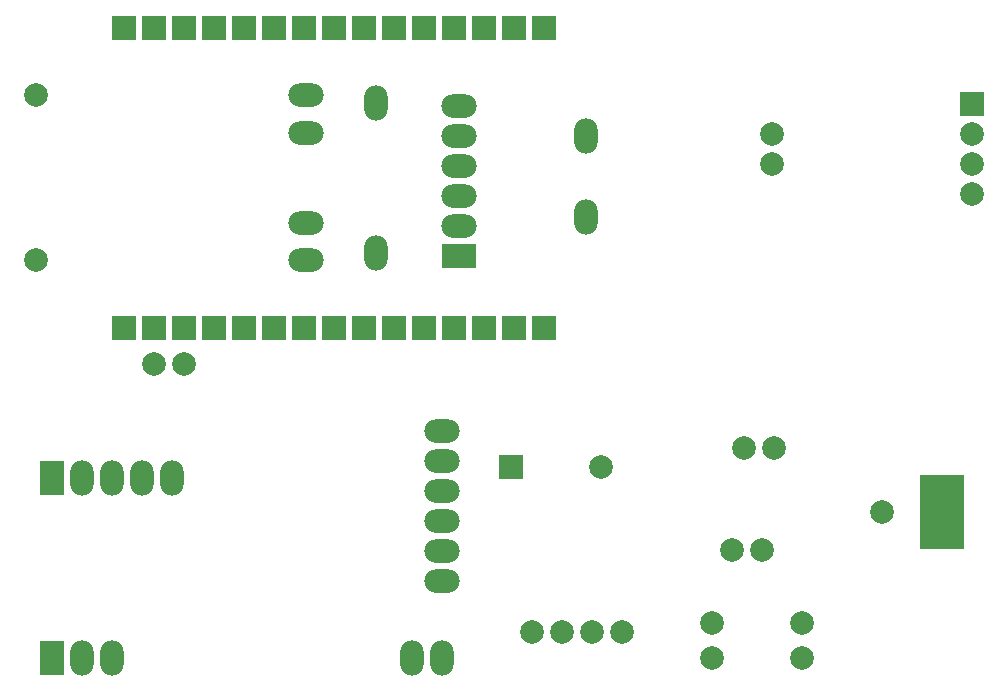
<source format=gbr>
%TF.GenerationSoftware,Altium Limited,Altium Designer,18.1.6 (161)*%
G04 Layer_Color=255*
%FSLAX44Y44*%
%MOMM*%
%TF.FileFunction,Pads,Top*%
%TF.Part,Single*%
G01*
G75*
%TA.AperFunction,ComponentPad*%
%ADD11C,2.0000*%
%ADD12R,2.0000X2.0000*%
%ADD13O,2.0000X3.0000*%
%ADD14R,2.0000X3.0000*%
%ADD15R,3.8100X6.3500*%
%ADD16O,3.0000X2.0000*%
%ADD17R,2.0000X2.0000*%
%ADD18R,3.0000X2.0000*%
%ADD19O,2.0000X3.0000*%
D11*
X938530Y1094740D02*
D03*
Y1069340D02*
D03*
X1107440Y1043940D02*
D03*
Y1069340D02*
D03*
Y1094740D02*
D03*
X904240Y742950D02*
D03*
X929640D02*
D03*
X963930Y651510D02*
D03*
X887730D02*
D03*
Y680720D02*
D03*
X963930D02*
D03*
X415290Y900430D02*
D03*
X440690D02*
D03*
X1031240Y774700D02*
D03*
X914400Y829310D02*
D03*
X939800D02*
D03*
X793750Y812800D02*
D03*
X811530Y673100D02*
D03*
X786130D02*
D03*
X760730D02*
D03*
X735330D02*
D03*
X314960Y1127760D02*
D03*
Y988060D02*
D03*
D12*
X1107440Y1120140D02*
D03*
X745490Y1184910D02*
D03*
X720090D02*
D03*
X694690D02*
D03*
X669290D02*
D03*
X643890D02*
D03*
X618490D02*
D03*
X593090D02*
D03*
X567690D02*
D03*
X542290D02*
D03*
X516890D02*
D03*
X491490D02*
D03*
X466090D02*
D03*
X440690D02*
D03*
X415290D02*
D03*
X389890D02*
D03*
X745490Y930910D02*
D03*
X720090D02*
D03*
X694690D02*
D03*
X669290D02*
D03*
X643890D02*
D03*
X618490D02*
D03*
X593090D02*
D03*
X567690D02*
D03*
X542290D02*
D03*
X516890D02*
D03*
X491490D02*
D03*
X466090D02*
D03*
X440690D02*
D03*
X415290D02*
D03*
X389890D02*
D03*
D13*
X659130Y651510D02*
D03*
X633730D02*
D03*
X379730D02*
D03*
X354330D02*
D03*
Y803910D02*
D03*
X379730D02*
D03*
X405130D02*
D03*
X430530D02*
D03*
D14*
X328930Y651510D02*
D03*
Y803910D02*
D03*
D15*
X1082040Y774700D02*
D03*
D16*
X659130Y843280D02*
D03*
Y817880D02*
D03*
Y792480D02*
D03*
Y767080D02*
D03*
Y741680D02*
D03*
Y716280D02*
D03*
X673100Y1118870D02*
D03*
Y1093470D02*
D03*
Y1068070D02*
D03*
Y1042670D02*
D03*
Y1017270D02*
D03*
X543560Y1019810D02*
D03*
Y1096010D02*
D03*
Y1127760D02*
D03*
Y988060D02*
D03*
D17*
X717550Y812800D02*
D03*
D18*
X673100Y991870D02*
D03*
D19*
X603250Y1121410D02*
D03*
Y994410D02*
D03*
X781050Y1093470D02*
D03*
Y1024890D02*
D03*
%TF.MD5,c6f967e715e330c83d001e0466655076*%
M02*

</source>
